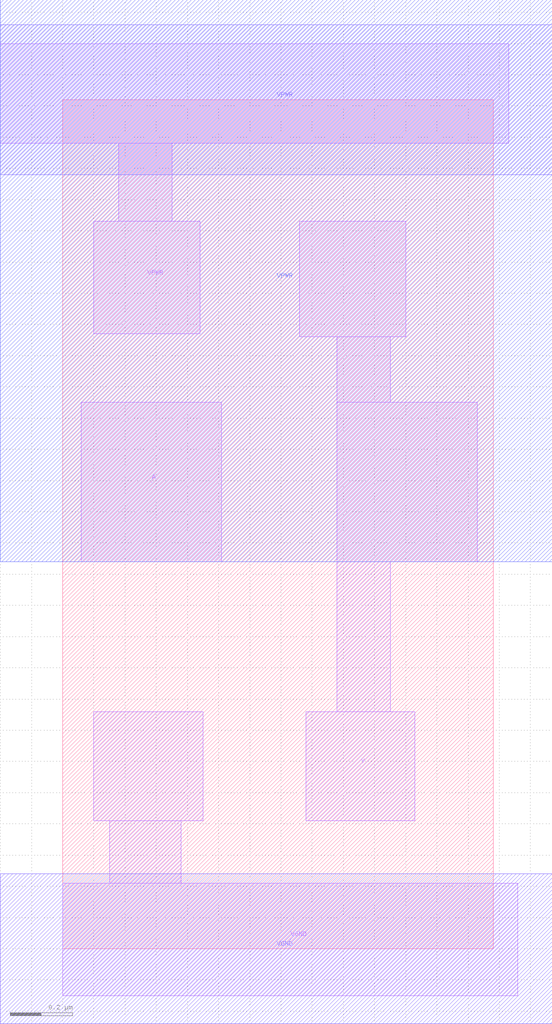
<source format=lef>
VERSION 5.7 ;
  NOWIREEXTENSIONATPIN ON ;
  DIVIDERCHAR "/" ;
  BUSBITCHARS "[]" ;
MACRO sky130_inv
  CLASS CORE ;
  FOREIGN sky130_inv ;
  ORIGIN 0.000 0.000 ;
  SIZE 1.380 BY 2.720 ;
  SITE unithd ;
  PIN A
    DIRECTION INPUT ;
    USE SIGNAL ;
    ANTENNAGATEAREA 0.193200 ;
    PORT
      LAYER li1 ;
        RECT 0.060 1.240 0.510 1.750 ;
    END
  END A
  PIN Y
    DIRECTION OUTPUT ;
    USE SIGNAL ;
    ANTENNADIFFAREA 0.336000 ;
    PORT
      LAYER li1 ;
        RECT 0.760 1.960 1.100 2.330 ;
        RECT 0.880 1.750 1.050 1.960 ;
        RECT 0.880 1.240 1.330 1.750 ;
        RECT 0.880 0.760 1.050 1.240 ;
        RECT 0.780 0.410 1.130 0.760 ;
    END
  END Y
  PIN VPWR
    DIRECTION INOUT ;
    USE POWER ;
    PORT
      LAYER nwell ;
        RECT -0.200 1.240 1.570 3.040 ;
      LAYER li1 ;
        RECT -0.200 2.580 1.430 2.900 ;
        RECT 0.180 2.330 0.350 2.580 ;
        RECT 0.100 1.970 0.440 2.330 ;
      LAYER met1 ;
        RECT -0.200 2.480 1.570 2.960 ;
    END
  END VPWR
  PIN VGND
    DIRECTION INOUT ;
    USE GROUND ;
    PORT
      LAYER li1 ;
        RECT 0.100 0.410 0.450 0.760 ;
        RECT 0.150 0.210 0.380 0.410 ;
        RECT 0.000 -0.150 1.460 0.210 ;
      LAYER met1 ;
        RECT -0.200 -0.240 1.570 0.240 ;
    END
  END VGND
END sky130_inv
END LIBRARY


</source>
